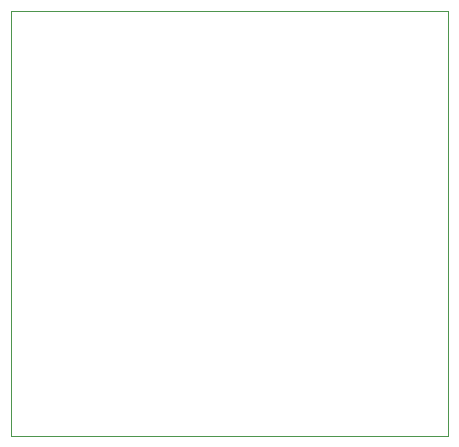
<source format=gbr>
%TF.GenerationSoftware,KiCad,Pcbnew,(5.1.10)-1*%
%TF.CreationDate,2021-11-26T12:13:43-05:00*%
%TF.ProjectId,RELAY_DRVR,52454c41-595f-4445-9256-522e6b696361,rev?*%
%TF.SameCoordinates,Original*%
%TF.FileFunction,Profile,NP*%
%FSLAX46Y46*%
G04 Gerber Fmt 4.6, Leading zero omitted, Abs format (unit mm)*
G04 Created by KiCad (PCBNEW (5.1.10)-1) date 2021-11-26 12:13:43*
%MOMM*%
%LPD*%
G01*
G04 APERTURE LIST*
%TA.AperFunction,Profile*%
%ADD10C,0.050000*%
%TD*%
G04 APERTURE END LIST*
D10*
X31000000Y-43500000D02*
X31000000Y-7500000D01*
X68000000Y-43500000D02*
X31000000Y-43500000D01*
X68000000Y-7500000D02*
X68000000Y-43500000D01*
X31000000Y-7500000D02*
X68000000Y-7500000D01*
M02*

</source>
